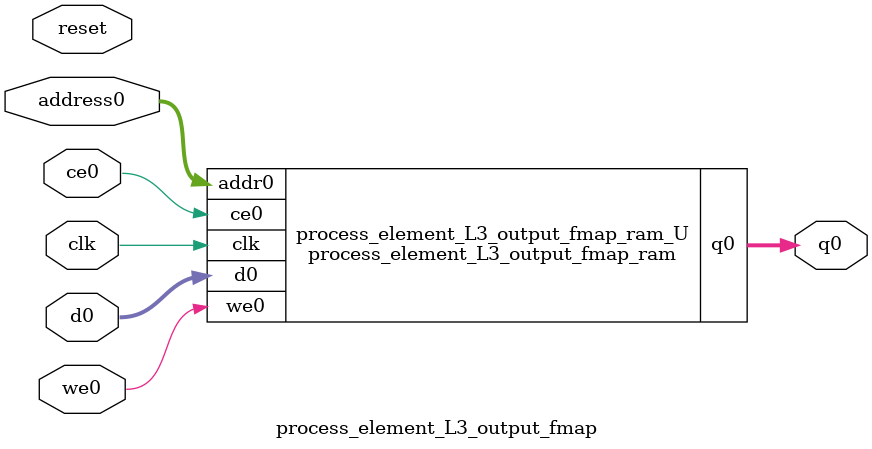
<source format=v>
`timescale 1 ns / 1 ps
module process_element_L3_output_fmap_ram (addr0, ce0, d0, we0, q0,  clk);

parameter DWIDTH = 16;
parameter AWIDTH = 13;
parameter MEM_SIZE = 5408;

input[AWIDTH-1:0] addr0;
input ce0;
input[DWIDTH-1:0] d0;
input we0;
output reg[DWIDTH-1:0] q0;
input clk;

(* ram_style = "block" *)reg [DWIDTH-1:0] ram[0:MEM_SIZE-1];




always @(posedge clk)  
begin 
    if (ce0) begin
        if (we0) 
            ram[addr0] <= d0; 
        q0 <= ram[addr0];
    end
end


endmodule

`timescale 1 ns / 1 ps
module process_element_L3_output_fmap(
    reset,
    clk,
    address0,
    ce0,
    we0,
    d0,
    q0);

parameter DataWidth = 32'd16;
parameter AddressRange = 32'd5408;
parameter AddressWidth = 32'd13;
input reset;
input clk;
input[AddressWidth - 1:0] address0;
input ce0;
input we0;
input[DataWidth - 1:0] d0;
output[DataWidth - 1:0] q0;



process_element_L3_output_fmap_ram process_element_L3_output_fmap_ram_U(
    .clk( clk ),
    .addr0( address0 ),
    .ce0( ce0 ),
    .we0( we0 ),
    .d0( d0 ),
    .q0( q0 ));

endmodule


</source>
